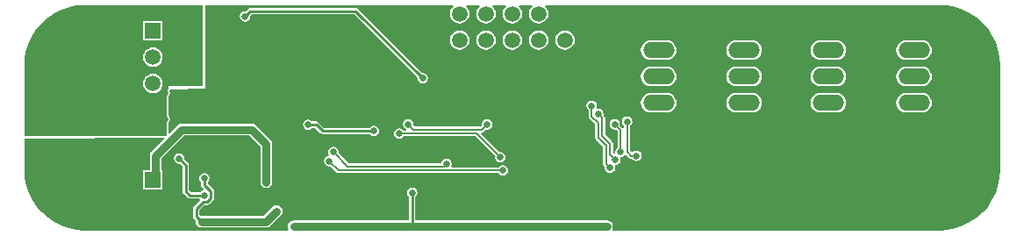
<source format=gbl>
G04 Layer_Physical_Order=2*
G04 Layer_Color=16711680*
%FSLAX23Y23*%
%MOIN*%
G70*
G01*
G75*
%ADD29C,0.030*%
%ADD30C,0.008*%
%ADD31C,0.010*%
%ADD34C,0.059*%
%ADD35R,0.059X0.059*%
%ADD36R,0.059X0.059*%
%ADD37O,0.120X0.060*%
%ADD38C,0.197*%
%ADD39C,0.025*%
G36*
X3530Y851D02*
X3559Y845D01*
X3587Y836D01*
X3614Y822D01*
X3639Y806D01*
X3661Y786D01*
X3681Y764D01*
X3697Y739D01*
X3711Y712D01*
X3720Y684D01*
X3726Y655D01*
X3728Y626D01*
X3728Y625D01*
Y225D01*
X3728Y224D01*
X3726Y195D01*
X3720Y166D01*
X3711Y138D01*
X3697Y111D01*
X3681Y86D01*
X3661Y64D01*
X3639Y44D01*
X3614Y28D01*
X3587Y14D01*
X3559Y5D01*
X3530Y-1D01*
X3501Y-3D01*
X3500Y-3D01*
X2257D01*
X2255Y2D01*
X2256Y3D01*
X2257Y12D01*
X2256Y21D01*
X2251Y28D01*
X2244Y33D01*
X2235Y34D01*
X1507D01*
Y125D01*
X1509Y126D01*
X1513Y132D01*
X1515Y140D01*
X1513Y148D01*
X1509Y154D01*
X1503Y158D01*
X1495Y160D01*
X1487Y158D01*
X1481Y154D01*
X1477Y148D01*
X1475Y140D01*
X1477Y132D01*
X1481Y126D01*
X1483Y125D01*
Y34D01*
X1045D01*
X1036Y33D01*
X1029Y28D01*
X1024Y21D01*
X1023Y12D01*
X1024Y3D01*
X1025Y2D01*
X1023Y-3D01*
X250D01*
X249Y-3D01*
X220Y-1D01*
X191Y5D01*
X163Y14D01*
X136Y28D01*
X111Y44D01*
X89Y64D01*
X69Y86D01*
X53Y111D01*
X39Y138D01*
X30Y166D01*
X24Y195D01*
X22Y224D01*
X22Y225D01*
Y345D01*
X552Y350D01*
X554Y345D01*
X504Y296D01*
X499Y289D01*
X498Y280D01*
Y227D01*
X473D01*
Y153D01*
X547D01*
Y227D01*
X542D01*
Y271D01*
X629Y358D01*
X876D01*
X918Y316D01*
Y180D01*
X919Y171D01*
X924Y164D01*
X931Y159D01*
X940Y158D01*
X949Y159D01*
X956Y164D01*
X961Y171D01*
X962Y180D01*
Y325D01*
X961Y334D01*
X956Y341D01*
X901Y396D01*
X894Y401D01*
X885Y402D01*
X620D01*
X611Y401D01*
X604Y396D01*
X574Y365D01*
X569Y367D01*
Y406D01*
X569Y406D01*
X573Y412D01*
X575Y420D01*
X573Y428D01*
X569Y434D01*
X569Y434D01*
Y506D01*
X569Y506D01*
X573Y512D01*
X575Y520D01*
X574Y526D01*
X576Y532D01*
X710Y535D01*
Y853D01*
X1649D01*
X1651Y848D01*
X1649Y846D01*
X1643Y838D01*
X1639Y830D01*
X1638Y820D01*
X1639Y810D01*
X1643Y802D01*
X1649Y794D01*
X1657Y788D01*
X1665Y784D01*
X1675Y783D01*
X1685Y784D01*
X1693Y788D01*
X1701Y794D01*
X1707Y802D01*
X1711Y810D01*
X1712Y820D01*
X1711Y830D01*
X1707Y838D01*
X1701Y846D01*
X1699Y848D01*
X1701Y853D01*
X1749D01*
X1751Y848D01*
X1749Y846D01*
X1743Y838D01*
X1739Y830D01*
X1738Y820D01*
X1739Y810D01*
X1743Y802D01*
X1749Y794D01*
X1757Y788D01*
X1765Y784D01*
X1775Y783D01*
X1785Y784D01*
X1793Y788D01*
X1801Y794D01*
X1807Y802D01*
X1811Y810D01*
X1812Y820D01*
X1811Y830D01*
X1807Y838D01*
X1801Y846D01*
X1799Y848D01*
X1801Y853D01*
X1849D01*
X1851Y848D01*
X1849Y846D01*
X1843Y838D01*
X1839Y830D01*
X1838Y820D01*
X1839Y810D01*
X1843Y802D01*
X1849Y794D01*
X1857Y788D01*
X1865Y784D01*
X1875Y783D01*
X1885Y784D01*
X1893Y788D01*
X1901Y794D01*
X1907Y802D01*
X1911Y810D01*
X1912Y820D01*
X1911Y830D01*
X1907Y838D01*
X1901Y846D01*
X1899Y848D01*
X1901Y853D01*
X1949D01*
X1951Y848D01*
X1949Y846D01*
X1943Y838D01*
X1939Y830D01*
X1938Y820D01*
X1939Y810D01*
X1943Y802D01*
X1949Y794D01*
X1957Y788D01*
X1965Y784D01*
X1975Y783D01*
X1985Y784D01*
X1993Y788D01*
X2001Y794D01*
X2007Y802D01*
X2011Y810D01*
X2012Y820D01*
X2011Y830D01*
X2007Y838D01*
X2001Y846D01*
X1999Y848D01*
X2001Y853D01*
X3500D01*
X3501Y853D01*
X3530Y851D01*
D02*
G37*
G36*
X250Y853D02*
X700D01*
Y640D01*
Y545D01*
X570D01*
Y535D01*
X570Y535D01*
X567Y530D01*
X567Y529D01*
X567Y528D01*
Y528D01*
X566Y527D01*
X567Y526D01*
Y525D01*
X568Y520D01*
X567Y515D01*
X563Y510D01*
X563Y510D01*
X563Y509D01*
X562Y509D01*
X562Y508D01*
X562Y507D01*
X562Y507D01*
X562Y506D01*
Y434D01*
X562Y433D01*
X562Y433D01*
X562Y432D01*
X562Y431D01*
X563Y431D01*
X563Y430D01*
X563Y430D01*
X567Y425D01*
X568Y420D01*
X567Y415D01*
X563Y410D01*
X563Y410D01*
X563Y409D01*
X562Y409D01*
X562Y408D01*
X562Y407D01*
X562Y407D01*
X562Y406D01*
Y367D01*
X562Y364D01*
X564Y362D01*
X564Y360D01*
X561Y355D01*
X556D01*
X555Y356D01*
X554Y356D01*
X554Y356D01*
X554Y356D01*
X553Y357D01*
X552Y357D01*
X552Y357D01*
X552Y357D01*
X326Y355D01*
X22D01*
Y625D01*
X22Y626D01*
X24Y655D01*
X30Y684D01*
X39Y712D01*
X53Y739D01*
X69Y764D01*
X89Y786D01*
X111Y806D01*
X136Y822D01*
X163Y836D01*
X191Y845D01*
X220Y851D01*
X249Y853D01*
X250Y853D01*
D02*
G37*
%LPC*%
G36*
X3431Y519D02*
X3371D01*
X3362Y518D01*
X3353Y514D01*
X3345Y508D01*
X3339Y500D01*
X3335Y491D01*
X3334Y482D01*
X3335Y472D01*
X3339Y463D01*
X3345Y455D01*
X3353Y449D01*
X3362Y446D01*
X3371Y444D01*
X3431D01*
X3441Y446D01*
X3450Y449D01*
X3458Y455D01*
X3464Y463D01*
X3468Y472D01*
X3469Y482D01*
X3468Y491D01*
X3464Y500D01*
X3458Y508D01*
X3450Y514D01*
X3441Y518D01*
X3431Y519D01*
D02*
G37*
G36*
X2786D02*
X2726D01*
X2717Y518D01*
X2708Y514D01*
X2700Y508D01*
X2694Y500D01*
X2690Y491D01*
X2689Y482D01*
X2690Y472D01*
X2694Y463D01*
X2700Y455D01*
X2708Y449D01*
X2717Y446D01*
X2726Y444D01*
X2786D01*
X2796Y446D01*
X2805Y449D01*
X2813Y455D01*
X2819Y463D01*
X2823Y472D01*
X2824Y482D01*
X2823Y491D01*
X2819Y500D01*
X2813Y508D01*
X2805Y514D01*
X2796Y518D01*
X2786Y519D01*
D02*
G37*
G36*
X3106D02*
X3046D01*
X3037Y518D01*
X3028Y514D01*
X3020Y508D01*
X3014Y500D01*
X3010Y491D01*
X3009Y482D01*
X3010Y472D01*
X3014Y463D01*
X3020Y455D01*
X3028Y449D01*
X3037Y446D01*
X3046Y444D01*
X3106D01*
X3116Y446D01*
X3125Y449D01*
X3133Y455D01*
X3139Y463D01*
X3143Y472D01*
X3144Y482D01*
X3143Y491D01*
X3139Y500D01*
X3133Y508D01*
X3125Y514D01*
X3116Y518D01*
X3106Y519D01*
D02*
G37*
G36*
X2786Y619D02*
X2726D01*
X2717Y618D01*
X2708Y614D01*
X2700Y608D01*
X2694Y600D01*
X2690Y591D01*
X2689Y582D01*
X2690Y572D01*
X2694Y563D01*
X2700Y555D01*
X2708Y549D01*
X2717Y546D01*
X2726Y544D01*
X2786D01*
X2796Y546D01*
X2805Y549D01*
X2813Y555D01*
X2819Y563D01*
X2823Y572D01*
X2824Y582D01*
X2823Y591D01*
X2819Y600D01*
X2813Y608D01*
X2805Y614D01*
X2796Y618D01*
X2786Y619D01*
D02*
G37*
G36*
X2461D02*
X2401D01*
X2392Y618D01*
X2383Y614D01*
X2375Y608D01*
X2369Y600D01*
X2365Y591D01*
X2364Y582D01*
X2365Y572D01*
X2369Y563D01*
X2375Y555D01*
X2383Y549D01*
X2392Y546D01*
X2401Y544D01*
X2461D01*
X2471Y546D01*
X2480Y549D01*
X2488Y555D01*
X2494Y563D01*
X2498Y572D01*
X2499Y582D01*
X2498Y591D01*
X2494Y600D01*
X2488Y608D01*
X2480Y614D01*
X2471Y618D01*
X2461Y619D01*
D02*
G37*
G36*
X510Y592D02*
X500Y591D01*
X492Y587D01*
X484Y581D01*
X478Y573D01*
X474Y565D01*
X473Y555D01*
X474Y545D01*
X478Y537D01*
X484Y529D01*
X492Y523D01*
X500Y519D01*
X510Y518D01*
X520Y519D01*
X528Y523D01*
X536Y529D01*
X542Y537D01*
X546Y545D01*
X547Y555D01*
X546Y565D01*
X542Y573D01*
X536Y581D01*
X528Y587D01*
X520Y591D01*
X510Y592D01*
D02*
G37*
G36*
X2176Y490D02*
X2169Y488D01*
X2162Y484D01*
X2158Y478D01*
X2157Y470D01*
X2158Y462D01*
X2162Y456D01*
X2165Y454D01*
Y430D01*
X2165Y430D01*
X2166Y426D01*
X2169Y422D01*
X2190Y400D01*
Y350D01*
X2190Y350D01*
X2191Y346D01*
X2194Y342D01*
X2220Y315D01*
Y250D01*
X2220Y250D01*
X2221Y246D01*
X2224Y242D01*
X2227Y238D01*
X2227Y235D01*
X2228Y227D01*
X2232Y221D01*
X2239Y217D01*
X2246Y215D01*
X2254Y217D01*
X2261Y221D01*
X2265Y227D01*
X2266Y235D01*
X2265Y240D01*
X2266Y244D01*
X2269Y246D01*
X2274Y247D01*
X2281Y251D01*
X2285Y257D01*
X2286Y265D01*
X2285Y270D01*
X2286Y274D01*
X2289Y276D01*
X2294Y277D01*
X2301Y281D01*
X2302Y283D01*
X2307Y284D01*
X2319Y272D01*
X2322Y270D01*
X2326Y269D01*
X2326Y269D01*
X2330D01*
X2332Y266D01*
X2339Y262D01*
X2346Y260D01*
X2354Y262D01*
X2361Y266D01*
X2365Y272D01*
X2366Y280D01*
X2365Y288D01*
X2361Y294D01*
X2354Y298D01*
X2346Y300D01*
X2339Y298D01*
X2332Y294D01*
X2329Y294D01*
X2323Y300D01*
Y394D01*
X2326Y396D01*
X2330Y402D01*
X2331Y410D01*
X2330Y418D01*
X2326Y424D01*
X2319Y428D01*
X2311Y430D01*
X2304Y428D01*
X2297Y424D01*
X2293Y418D01*
X2292Y410D01*
X2293Y402D01*
X2297Y396D01*
X2300Y394D01*
Y386D01*
X2295Y385D01*
X2294Y386D01*
X2294Y386D01*
X2284Y397D01*
X2284Y400D01*
X2283Y408D01*
X2279Y414D01*
X2272Y418D01*
X2265Y420D01*
X2257Y418D01*
X2250Y414D01*
X2246Y408D01*
X2245Y400D01*
X2246Y392D01*
X2250Y386D01*
X2257Y382D01*
X2265Y380D01*
X2268Y381D01*
X2275Y373D01*
Y311D01*
X2272Y309D01*
X2268Y303D01*
X2267Y295D01*
X2267Y292D01*
X2264Y287D01*
X2262Y287D01*
X2258Y291D01*
Y326D01*
X2258Y326D01*
X2257Y331D01*
X2254Y334D01*
X2228Y361D01*
Y425D01*
X2228Y425D01*
X2227Y429D01*
X2224Y433D01*
X2221Y437D01*
X2221Y440D01*
X2220Y448D01*
X2216Y454D01*
X2209Y458D01*
X2201Y460D01*
X2199Y459D01*
X2197Y460D01*
X2195Y464D01*
X2196Y470D01*
X2195Y478D01*
X2191Y484D01*
X2184Y488D01*
X2176Y490D01*
D02*
G37*
G36*
X1195Y315D02*
X1187Y313D01*
X1181Y309D01*
X1177Y303D01*
X1175Y295D01*
X1177Y287D01*
X1178Y285D01*
X1176Y279D01*
X1172Y278D01*
X1166Y274D01*
X1162Y268D01*
X1160Y260D01*
X1162Y252D01*
X1166Y246D01*
X1172Y242D01*
X1180Y240D01*
X1183Y241D01*
X1207Y217D01*
X1207Y217D01*
X1211Y215D01*
X1215Y214D01*
X1215Y214D01*
X1824D01*
X1826Y211D01*
X1832Y207D01*
X1840Y205D01*
X1848Y207D01*
X1854Y211D01*
X1858Y217D01*
X1860Y225D01*
X1858Y233D01*
X1854Y239D01*
X1848Y243D01*
X1840Y245D01*
X1832Y243D01*
X1826Y239D01*
X1824Y236D01*
X1645D01*
X1642Y241D01*
X1643Y242D01*
X1645Y250D01*
X1643Y258D01*
X1639Y264D01*
X1633Y268D01*
X1625Y270D01*
X1617Y268D01*
X1611Y264D01*
X1607Y258D01*
X1605Y251D01*
X1255D01*
X1214Y292D01*
X1215Y295D01*
X1213Y303D01*
X1209Y309D01*
X1203Y313D01*
X1195Y315D01*
D02*
G37*
G36*
X610Y290D02*
X602Y288D01*
X596Y284D01*
X592Y278D01*
X590Y270D01*
X592Y262D01*
X596Y256D01*
X602Y252D01*
X610Y250D01*
X612Y251D01*
X623Y240D01*
Y145D01*
X624Y140D01*
X626Y136D01*
X641Y121D01*
X645Y119D01*
X650Y118D01*
X687D01*
X690Y113D01*
X689Y111D01*
X666Y89D01*
X664Y85D01*
X663Y80D01*
Y50D01*
X664Y45D01*
X666Y41D01*
X673Y34D01*
X673Y30D01*
X674Y21D01*
X679Y14D01*
X686Y9D01*
X695Y8D01*
X940D01*
X949Y9D01*
X956Y14D01*
X996Y54D01*
X1001Y61D01*
X1002Y70D01*
X1001Y79D01*
X996Y86D01*
X989Y91D01*
X980Y92D01*
X971Y91D01*
X964Y86D01*
X931Y52D01*
X695D01*
X691Y52D01*
X687Y55D01*
Y75D01*
X706Y93D01*
X715D01*
X720Y94D01*
X724Y97D01*
X739Y112D01*
X741Y116D01*
X742Y120D01*
Y145D01*
X741Y150D01*
X739Y154D01*
X717Y175D01*
X718Y180D01*
X719Y181D01*
X723Y187D01*
X725Y195D01*
X723Y203D01*
X719Y209D01*
X713Y213D01*
X705Y215D01*
X697Y213D01*
X691Y209D01*
X687Y203D01*
X685Y195D01*
X687Y187D01*
X691Y181D01*
X693Y180D01*
Y170D01*
X694Y165D01*
X696Y161D01*
X703Y155D01*
X701Y149D01*
X697Y148D01*
X691Y144D01*
X690Y142D01*
X655D01*
X647Y150D01*
Y245D01*
X646Y250D01*
X644Y254D01*
X629Y268D01*
X630Y270D01*
X628Y278D01*
X624Y284D01*
X618Y288D01*
X610Y290D01*
D02*
G37*
G36*
X2461Y519D02*
X2401D01*
X2392Y518D01*
X2383Y514D01*
X2375Y508D01*
X2369Y500D01*
X2365Y491D01*
X2364Y482D01*
X2365Y472D01*
X2369Y463D01*
X2375Y455D01*
X2383Y449D01*
X2392Y446D01*
X2401Y444D01*
X2461D01*
X2471Y446D01*
X2480Y449D01*
X2488Y455D01*
X2494Y463D01*
X2498Y472D01*
X2499Y482D01*
X2498Y491D01*
X2494Y500D01*
X2488Y508D01*
X2480Y514D01*
X2471Y518D01*
X2461Y519D01*
D02*
G37*
G36*
X1780Y420D02*
X1772Y418D01*
X1766Y414D01*
X1762Y408D01*
X1760Y400D01*
X1761Y397D01*
X1755Y391D01*
X1505D01*
X1499Y397D01*
X1500Y400D01*
X1498Y408D01*
X1494Y414D01*
X1488Y418D01*
X1480Y420D01*
X1472Y418D01*
X1466Y414D01*
X1462Y408D01*
X1460Y400D01*
X1462Y392D01*
X1466Y386D01*
X1472Y382D01*
X1474Y381D01*
X1474Y376D01*
X1461D01*
X1459Y379D01*
X1453Y383D01*
X1445Y385D01*
X1437Y383D01*
X1431Y379D01*
X1427Y373D01*
X1425Y365D01*
X1427Y357D01*
X1431Y351D01*
X1437Y347D01*
X1445Y345D01*
X1453Y347D01*
X1459Y351D01*
X1461Y354D01*
X1735D01*
X1811Y278D01*
X1810Y275D01*
X1812Y267D01*
X1816Y261D01*
X1822Y257D01*
X1830Y255D01*
X1838Y257D01*
X1844Y261D01*
X1848Y267D01*
X1850Y275D01*
X1848Y283D01*
X1844Y289D01*
X1838Y293D01*
X1830Y295D01*
X1827Y294D01*
X1757Y364D01*
X1759Y369D01*
X1760D01*
X1760Y369D01*
X1764Y370D01*
X1768Y372D01*
X1777Y381D01*
X1780Y380D01*
X1788Y382D01*
X1794Y386D01*
X1798Y392D01*
X1800Y400D01*
X1798Y408D01*
X1794Y414D01*
X1788Y418D01*
X1780Y420D01*
D02*
G37*
G36*
X1100Y418D02*
X1092Y417D01*
X1086Y412D01*
X1082Y406D01*
X1080Y398D01*
X1082Y391D01*
X1086Y384D01*
X1092Y380D01*
X1100Y378D01*
X1108Y380D01*
X1114Y384D01*
X1115Y386D01*
X1127D01*
X1146Y366D01*
X1150Y364D01*
X1155Y363D01*
X1335D01*
X1336Y361D01*
X1342Y357D01*
X1350Y355D01*
X1358Y357D01*
X1364Y361D01*
X1368Y367D01*
X1370Y375D01*
X1368Y383D01*
X1364Y389D01*
X1358Y393D01*
X1350Y395D01*
X1342Y393D01*
X1336Y389D01*
X1335Y387D01*
X1160D01*
X1140Y407D01*
X1136Y410D01*
X1132Y411D01*
X1115D01*
X1114Y412D01*
X1108Y417D01*
X1100Y418D01*
D02*
G37*
G36*
X3106Y619D02*
X3046D01*
X3037Y618D01*
X3028Y614D01*
X3020Y608D01*
X3014Y600D01*
X3010Y591D01*
X3009Y582D01*
X3010Y572D01*
X3014Y563D01*
X3020Y555D01*
X3028Y549D01*
X3037Y546D01*
X3046Y544D01*
X3106D01*
X3116Y546D01*
X3125Y549D01*
X3133Y555D01*
X3139Y563D01*
X3143Y572D01*
X3144Y582D01*
X3143Y591D01*
X3139Y600D01*
X3133Y608D01*
X3125Y614D01*
X3116Y618D01*
X3106Y619D01*
D02*
G37*
G36*
X1975Y757D02*
X1965Y756D01*
X1957Y752D01*
X1949Y746D01*
X1943Y738D01*
X1939Y730D01*
X1938Y720D01*
X1939Y710D01*
X1943Y702D01*
X1949Y694D01*
X1957Y688D01*
X1965Y684D01*
X1975Y683D01*
X1985Y684D01*
X1993Y688D01*
X2001Y694D01*
X2007Y702D01*
X2011Y710D01*
X2012Y720D01*
X2011Y730D01*
X2007Y738D01*
X2001Y746D01*
X1993Y752D01*
X1985Y756D01*
X1975Y757D01*
D02*
G37*
G36*
X1875D02*
X1865Y756D01*
X1857Y752D01*
X1849Y746D01*
X1843Y738D01*
X1839Y730D01*
X1838Y720D01*
X1839Y710D01*
X1843Y702D01*
X1849Y694D01*
X1857Y688D01*
X1865Y684D01*
X1875Y683D01*
X1885Y684D01*
X1893Y688D01*
X1901Y694D01*
X1907Y702D01*
X1911Y710D01*
X1912Y720D01*
X1911Y730D01*
X1907Y738D01*
X1901Y746D01*
X1893Y752D01*
X1885Y756D01*
X1875Y757D01*
D02*
G37*
G36*
X1775D02*
X1765Y756D01*
X1757Y752D01*
X1749Y746D01*
X1743Y738D01*
X1739Y730D01*
X1738Y720D01*
X1739Y710D01*
X1743Y702D01*
X1749Y694D01*
X1757Y688D01*
X1765Y684D01*
X1775Y683D01*
X1785Y684D01*
X1793Y688D01*
X1801Y694D01*
X1807Y702D01*
X1811Y710D01*
X1812Y720D01*
X1811Y730D01*
X1807Y738D01*
X1801Y746D01*
X1793Y752D01*
X1785Y756D01*
X1775Y757D01*
D02*
G37*
G36*
X1280Y842D02*
X880D01*
X875Y841D01*
X871Y839D01*
X862Y829D01*
X860Y830D01*
X852Y828D01*
X846Y824D01*
X842Y818D01*
X840Y810D01*
X842Y802D01*
X846Y796D01*
X852Y792D01*
X860Y790D01*
X868Y792D01*
X874Y796D01*
X878Y802D01*
X880Y810D01*
X879Y812D01*
X885Y818D01*
X1275D01*
X1516Y577D01*
X1515Y575D01*
X1517Y567D01*
X1521Y561D01*
X1527Y557D01*
X1535Y555D01*
X1543Y557D01*
X1549Y561D01*
X1553Y567D01*
X1555Y575D01*
X1553Y583D01*
X1549Y589D01*
X1543Y593D01*
X1535Y595D01*
X1533Y594D01*
X1289Y839D01*
X1285Y841D01*
X1280Y842D01*
D02*
G37*
G36*
X547Y792D02*
X473D01*
Y718D01*
X547D01*
Y792D01*
D02*
G37*
G36*
X2075Y757D02*
X2065Y756D01*
X2057Y752D01*
X2049Y746D01*
X2043Y738D01*
X2039Y730D01*
X2038Y720D01*
X2039Y710D01*
X2043Y702D01*
X2049Y694D01*
X2057Y688D01*
X2065Y684D01*
X2075Y683D01*
X2085Y684D01*
X2093Y688D01*
X2101Y694D01*
X2107Y702D01*
X2111Y710D01*
X2112Y720D01*
X2111Y730D01*
X2107Y738D01*
X2101Y746D01*
X2093Y752D01*
X2085Y756D01*
X2075Y757D01*
D02*
G37*
G36*
X1675D02*
X1665Y756D01*
X1657Y752D01*
X1649Y746D01*
X1643Y738D01*
X1639Y730D01*
X1638Y720D01*
X1639Y710D01*
X1643Y702D01*
X1649Y694D01*
X1657Y688D01*
X1665Y684D01*
X1675Y683D01*
X1685Y684D01*
X1693Y688D01*
X1701Y694D01*
X1707Y702D01*
X1711Y710D01*
X1712Y720D01*
X1711Y730D01*
X1707Y738D01*
X1701Y746D01*
X1693Y752D01*
X1685Y756D01*
X1675Y757D01*
D02*
G37*
G36*
X2461Y719D02*
X2401D01*
X2392Y718D01*
X2383Y714D01*
X2375Y708D01*
X2369Y700D01*
X2365Y691D01*
X2364Y682D01*
X2365Y672D01*
X2369Y663D01*
X2375Y655D01*
X2383Y649D01*
X2392Y646D01*
X2401Y644D01*
X2461D01*
X2471Y646D01*
X2480Y649D01*
X2488Y655D01*
X2494Y663D01*
X2498Y672D01*
X2499Y682D01*
X2498Y691D01*
X2494Y700D01*
X2488Y708D01*
X2480Y714D01*
X2471Y718D01*
X2461Y719D01*
D02*
G37*
G36*
X510Y692D02*
X500Y691D01*
X492Y687D01*
X484Y681D01*
X478Y673D01*
X474Y665D01*
X473Y655D01*
X474Y645D01*
X478Y637D01*
X484Y629D01*
X492Y623D01*
X500Y619D01*
X510Y618D01*
X520Y619D01*
X528Y623D01*
X536Y629D01*
X542Y637D01*
X546Y645D01*
X547Y655D01*
X546Y665D01*
X542Y673D01*
X536Y681D01*
X528Y687D01*
X520Y691D01*
X510Y692D01*
D02*
G37*
G36*
X3431Y619D02*
X3371D01*
X3362Y618D01*
X3353Y614D01*
X3345Y608D01*
X3339Y600D01*
X3335Y591D01*
X3334Y582D01*
X3335Y572D01*
X3339Y563D01*
X3345Y555D01*
X3353Y549D01*
X3362Y546D01*
X3371Y544D01*
X3431D01*
X3441Y546D01*
X3450Y549D01*
X3458Y555D01*
X3464Y563D01*
X3468Y572D01*
X3469Y582D01*
X3468Y591D01*
X3464Y600D01*
X3458Y608D01*
X3450Y614D01*
X3441Y618D01*
X3431Y619D01*
D02*
G37*
G36*
Y719D02*
X3371D01*
X3362Y718D01*
X3353Y714D01*
X3345Y708D01*
X3339Y700D01*
X3335Y691D01*
X3334Y682D01*
X3335Y672D01*
X3339Y663D01*
X3345Y655D01*
X3353Y649D01*
X3362Y646D01*
X3371Y644D01*
X3431D01*
X3441Y646D01*
X3450Y649D01*
X3458Y655D01*
X3464Y663D01*
X3468Y672D01*
X3469Y682D01*
X3468Y691D01*
X3464Y700D01*
X3458Y708D01*
X3450Y714D01*
X3441Y718D01*
X3431Y719D01*
D02*
G37*
G36*
X3106D02*
X3046D01*
X3037Y718D01*
X3028Y714D01*
X3020Y708D01*
X3014Y700D01*
X3010Y691D01*
X3009Y682D01*
X3010Y672D01*
X3014Y663D01*
X3020Y655D01*
X3028Y649D01*
X3037Y646D01*
X3046Y644D01*
X3106D01*
X3116Y646D01*
X3125Y649D01*
X3133Y655D01*
X3139Y663D01*
X3143Y672D01*
X3144Y682D01*
X3143Y691D01*
X3139Y700D01*
X3133Y708D01*
X3125Y714D01*
X3116Y718D01*
X3106Y719D01*
D02*
G37*
G36*
X2786D02*
X2726D01*
X2717Y718D01*
X2708Y714D01*
X2700Y708D01*
X2694Y700D01*
X2690Y691D01*
X2689Y682D01*
X2690Y672D01*
X2694Y663D01*
X2700Y655D01*
X2708Y649D01*
X2717Y646D01*
X2726Y644D01*
X2786D01*
X2796Y646D01*
X2805Y649D01*
X2813Y655D01*
X2819Y663D01*
X2823Y672D01*
X2824Y682D01*
X2823Y691D01*
X2819Y700D01*
X2813Y708D01*
X2805Y714D01*
X2796Y718D01*
X2786Y719D01*
D02*
G37*
%LPD*%
D29*
X885Y380D02*
X940Y325D01*
Y180D02*
Y325D01*
X520Y190D02*
Y280D01*
X620Y380D01*
X885D01*
X1495Y12D02*
X2235D01*
X1045D02*
X1495D01*
X940Y30D02*
X980Y70D01*
X695Y30D02*
X940D01*
D30*
X1250Y240D02*
X1615D01*
X1195Y295D02*
X1250Y240D01*
X1215Y225D02*
X1840D01*
X1180Y260D02*
X1215Y225D01*
X1740Y365D02*
X1830Y275D01*
X1445Y365D02*
X1740D01*
X1760Y380D02*
X1780Y400D01*
X1500Y380D02*
X1760D01*
X1480Y400D02*
X1500Y380D01*
X1615Y240D02*
X1625Y250D01*
X2201Y350D02*
X2231Y320D01*
X2176Y430D02*
X2201Y405D01*
Y350D02*
Y405D01*
Y440D02*
X2216Y425D01*
Y356D02*
Y425D01*
Y356D02*
X2246Y326D01*
Y285D02*
Y326D01*
Y285D02*
X2266Y265D01*
X2176Y430D02*
Y470D01*
X2231Y250D02*
Y320D01*
Y250D02*
X2246Y235D01*
X2326Y280D02*
X2346D01*
X2311Y295D02*
X2326Y280D01*
X2311Y295D02*
Y410D01*
X2286Y295D02*
Y378D01*
X2265Y400D02*
X2286Y378D01*
D31*
X860Y810D02*
X880Y830D01*
X858Y808D02*
X860Y810D01*
X880Y830D02*
X1280D01*
X1535Y575D01*
X1495Y12D02*
Y140D01*
X1155Y375D02*
X1350D01*
X1132Y398D02*
X1155Y375D01*
X1100Y398D02*
X1132D01*
X705Y170D02*
X730Y145D01*
X705Y170D02*
Y195D01*
X650Y130D02*
X705D01*
X635Y145D02*
X650Y130D01*
X635Y145D02*
Y245D01*
X610Y270D02*
X635Y245D01*
X701Y105D02*
X715D01*
X730Y120D01*
Y145D01*
X675Y50D02*
X695Y30D01*
X675Y50D02*
Y80D01*
X701Y105D01*
D34*
X510Y555D02*
D03*
Y655D02*
D03*
Y455D02*
D03*
X1675Y720D02*
D03*
Y820D02*
D03*
X1775Y720D02*
D03*
Y820D02*
D03*
X1875Y720D02*
D03*
Y820D02*
D03*
X1975Y720D02*
D03*
Y820D02*
D03*
X2075Y720D02*
D03*
X510Y90D02*
D03*
D35*
Y755D02*
D03*
Y190D02*
D03*
D36*
X2075Y820D02*
D03*
D37*
X2431Y682D02*
D03*
Y582D02*
D03*
Y482D02*
D03*
Y382D02*
D03*
X3401Y682D02*
D03*
Y582D02*
D03*
Y482D02*
D03*
Y382D02*
D03*
X3076Y682D02*
D03*
Y582D02*
D03*
Y482D02*
D03*
Y382D02*
D03*
X2756Y682D02*
D03*
Y582D02*
D03*
Y482D02*
D03*
Y382D02*
D03*
D38*
X3575Y165D02*
D03*
X1000Y700D02*
D03*
D39*
X1135Y295D02*
D03*
Y430D02*
D03*
X1100Y450D02*
D03*
X1130Y340D02*
D03*
X1620Y310D02*
D03*
Y50D02*
D03*
Y190D02*
D03*
X1560Y50D02*
D03*
Y105D02*
D03*
X1530Y340D02*
D03*
X1560D02*
D03*
X1530Y405D02*
D03*
X1490Y450D02*
D03*
X1820Y550D02*
D03*
X1945D02*
D03*
X1910Y105D02*
D03*
X1825Y110D02*
D03*
X1820Y345D02*
D03*
X1975Y325D02*
D03*
Y470D02*
D03*
X1770D02*
D03*
X625Y795D02*
D03*
X870Y765D02*
D03*
X860Y810D02*
D03*
X1535Y575D02*
D03*
X940Y180D02*
D03*
X1190Y170D02*
D03*
X2165Y510D02*
D03*
X1585Y10D02*
D03*
X1260Y300D02*
D03*
X1495Y140D02*
D03*
X1045Y12D02*
D03*
X2235D02*
D03*
X1335Y290D02*
D03*
X1470D02*
D03*
X1420D02*
D03*
X1480Y400D02*
D03*
X1445Y365D02*
D03*
X1710Y67D02*
D03*
X1670D02*
D03*
X1475Y760D02*
D03*
Y825D02*
D03*
X1100Y398D02*
D03*
X1350Y375D02*
D03*
X1625Y250D02*
D03*
X2176Y470D02*
D03*
X2201Y440D02*
D03*
X1830Y275D02*
D03*
X1780Y400D02*
D03*
X1840Y225D02*
D03*
X2346Y280D02*
D03*
X2246Y235D02*
D03*
X2266Y265D02*
D03*
X2286Y295D02*
D03*
X2265Y400D02*
D03*
X2311Y410D02*
D03*
X1035Y335D02*
D03*
X675Y345D02*
D03*
X980Y70D02*
D03*
X1195Y295D02*
D03*
X1180Y260D02*
D03*
X1450Y443D02*
D03*
X1208Y488D02*
D03*
X1208Y532D02*
D03*
X775Y186D02*
D03*
Y154D02*
D03*
X705Y195D02*
D03*
X695Y30D02*
D03*
X705Y130D02*
D03*
X610Y270D02*
D03*
X1252Y488D02*
D03*
Y532D02*
D03*
X215Y20D02*
D03*
X295D02*
D03*
X440D02*
D03*
X510D02*
D03*
X140Y45D02*
D03*
X90Y105D02*
D03*
X60Y170D02*
D03*
X55Y255D02*
D03*
Y330D02*
D03*
X1105Y60D02*
D03*
X1190D02*
D03*
X1265D02*
D03*
X1005Y220D02*
D03*
X1150Y170D02*
D03*
X1080Y220D02*
D03*
Y170D02*
D03*
X1005D02*
D03*
X755Y430D02*
D03*
X875D02*
D03*
X970D02*
D03*
X675Y520D02*
D03*
X605Y485D02*
D03*
X600Y415D02*
D03*
X515Y330D02*
D03*
X445D02*
D03*
X295D02*
D03*
X220D02*
D03*
X140D02*
D03*
X755Y340D02*
D03*
Y270D02*
D03*
X875Y340D02*
D03*
X880Y270D02*
D03*
X940Y385D02*
D03*
X2145Y835D02*
D03*
X2225D02*
D03*
X2300D02*
D03*
X2375D02*
D03*
X2605D02*
D03*
X2530D02*
D03*
X2455D02*
D03*
X2835D02*
D03*
X2760D02*
D03*
X2685D02*
D03*
X3065D02*
D03*
X2990D02*
D03*
X2915D02*
D03*
X3295D02*
D03*
X3220D02*
D03*
X3145D02*
D03*
X3525D02*
D03*
X3450D02*
D03*
X3375D02*
D03*
X3580Y810D02*
D03*
X3625Y775D02*
D03*
X3670Y725D02*
D03*
X3700Y660D02*
D03*
Y590D02*
D03*
Y525D02*
D03*
Y460D02*
D03*
Y390D02*
D03*
Y320D02*
D03*
Y245D02*
D03*
X3575Y35D02*
D03*
X3445Y90D02*
D03*
X3450Y170D02*
D03*
X3650Y285D02*
D03*
X3150Y235D02*
D03*
X3075D02*
D03*
X3000D02*
D03*
X2925D02*
D03*
X2850D02*
D03*
X2775D02*
D03*
X2700D02*
D03*
X2625D02*
D03*
X2550D02*
D03*
X2475D02*
D03*
Y160D02*
D03*
X2550D02*
D03*
X2625D02*
D03*
X2700D02*
D03*
X2775D02*
D03*
X2700Y85D02*
D03*
X2780D02*
D03*
X2625D02*
D03*
X2550D02*
D03*
X2475D02*
D03*
X2850Y160D02*
D03*
Y85D02*
D03*
X2925Y160D02*
D03*
Y85D02*
D03*
X3000Y160D02*
D03*
Y85D02*
D03*
X3075Y160D02*
D03*
X3150D02*
D03*
X3075Y85D02*
D03*
X3150D02*
D03*
X515Y380D02*
D03*
X445D02*
D03*
X370D02*
D03*
X295D02*
D03*
X200D02*
D03*
X125D02*
D03*
X55D02*
D03*
Y455D02*
D03*
Y525D02*
D03*
Y600D02*
D03*
Y680D02*
D03*
X80Y745D02*
D03*
X200Y830D02*
D03*
X270Y835D02*
D03*
X345D02*
D03*
X425D02*
D03*
X510D02*
D03*
X650Y560D02*
D03*
X865D02*
D03*
X555Y520D02*
D03*
Y420D02*
D03*
X115Y785D02*
D03*
X135Y680D02*
D03*
X130Y600D02*
D03*
X125Y525D02*
D03*
Y455D02*
D03*
X200D02*
D03*
X295D02*
D03*
X370D02*
D03*
X445D02*
D03*
X270Y770D02*
D03*
X345D02*
D03*
X425D02*
D03*
X200D02*
D03*
X425Y680D02*
D03*
Y600D02*
D03*
X420Y520D02*
D03*
X140Y255D02*
D03*
Y170D02*
D03*
X220Y255D02*
D03*
Y170D02*
D03*
X295Y255D02*
D03*
Y170D02*
D03*
X140Y105D02*
D03*
X220D02*
D03*
X295D02*
D03*
X370Y330D02*
D03*
Y255D02*
D03*
Y170D02*
D03*
Y105D02*
D03*
Y20D02*
D03*
X440Y105D02*
D03*
Y170D02*
D03*
X445Y255D02*
D03*
M02*

</source>
